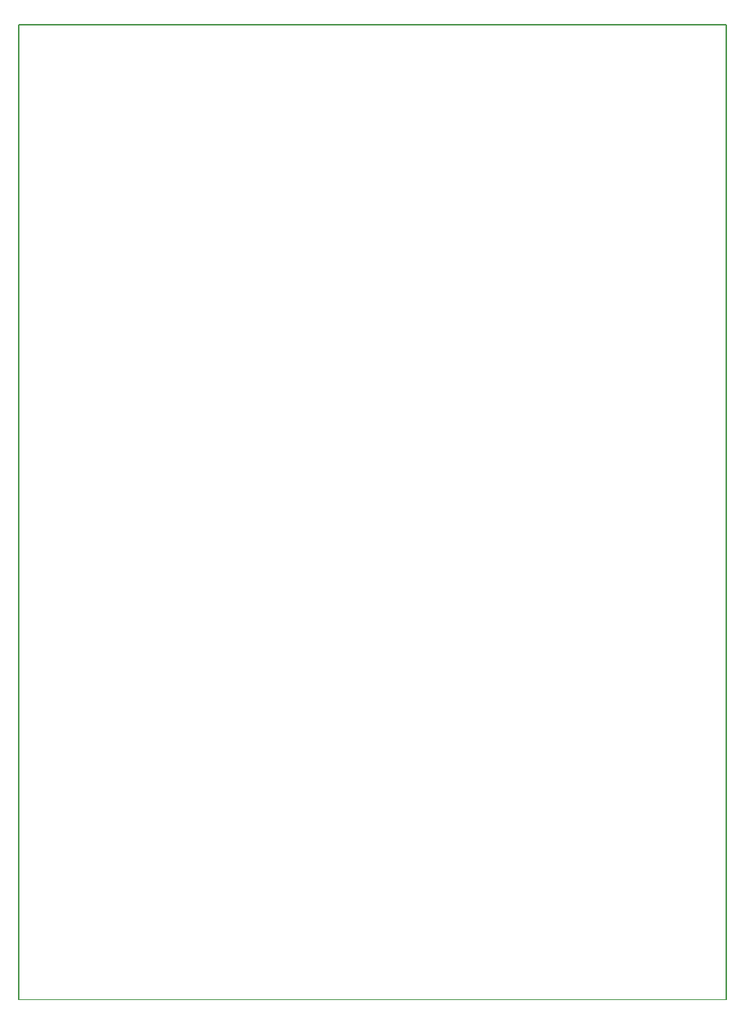
<source format=gm1>
G04 #@! TF.GenerationSoftware,KiCad,Pcbnew,(6.0.7)*
G04 #@! TF.CreationDate,2023-05-03T18:48:37+01:00*
G04 #@! TF.ProjectId,beehive,62656568-6976-4652-9e6b-696361645f70,rev?*
G04 #@! TF.SameCoordinates,Original*
G04 #@! TF.FileFunction,Profile,NP*
%FSLAX46Y46*%
G04 Gerber Fmt 4.6, Leading zero omitted, Abs format (unit mm)*
G04 Created by KiCad (PCBNEW (6.0.7)) date 2023-05-03 18:48:37*
%MOMM*%
%LPD*%
G01*
G04 APERTURE LIST*
G04 #@! TA.AperFunction,Profile*
%ADD10C,0.100000*%
G04 #@! TD*
G04 #@! TA.AperFunction,Profile*
%ADD11C,0.150000*%
G04 #@! TD*
G04 APERTURE END LIST*
D10*
X127000000Y-140500000D02*
X47000000Y-140500000D01*
D11*
X47000000Y-30500000D02*
X47000000Y-140500000D01*
X47000000Y-30500000D02*
X127000000Y-30500000D01*
X127000000Y-30500000D02*
X127000000Y-140500000D01*
M02*

</source>
